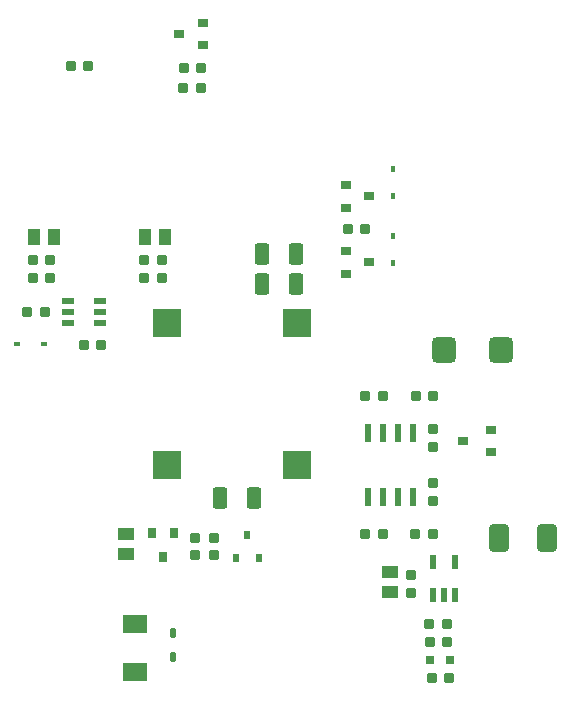
<source format=gtp>
G04*
G04 #@! TF.GenerationSoftware,Altium Limited,Altium Designer,20.1.11 (218)*
G04*
G04 Layer_Color=39423*
%FSLAX24Y24*%
%MOIN*%
G70*
G04*
G04 #@! TF.SameCoordinates,CE7CCB8B-9279-4727-9A7C-73EE909CC9FE*
G04*
G04*
G04 #@! TF.FilePolarity,Positive*
G04*
G01*
G75*
G04:AMPARAMS|DCode=20|XSize=35mil|YSize=34mil|CornerRadius=6mil|HoleSize=0mil|Usage=FLASHONLY|Rotation=180.000|XOffset=0mil|YOffset=0mil|HoleType=Round|Shape=RoundedRectangle|*
%AMROUNDEDRECTD20*
21,1,0.0350,0.0221,0,0,180.0*
21,1,0.0231,0.0340,0,0,180.0*
1,1,0.0119,-0.0116,0.0111*
1,1,0.0119,0.0116,0.0111*
1,1,0.0119,0.0116,-0.0111*
1,1,0.0119,-0.0116,-0.0111*
%
%ADD20ROUNDEDRECTD20*%
G04:AMPARAMS|DCode=21|XSize=17.3mil|YSize=15.7mil|CornerRadius=0.8mil|HoleSize=0mil|Usage=FLASHONLY|Rotation=180.000|XOffset=0mil|YOffset=0mil|HoleType=Round|Shape=RoundedRectangle|*
%AMROUNDEDRECTD21*
21,1,0.0173,0.0142,0,0,180.0*
21,1,0.0157,0.0157,0,0,180.0*
1,1,0.0016,-0.0079,0.0071*
1,1,0.0016,0.0079,0.0071*
1,1,0.0016,0.0079,-0.0071*
1,1,0.0016,-0.0079,-0.0071*
%
%ADD21ROUNDEDRECTD21*%
G04:AMPARAMS|DCode=22|XSize=17.3mil|YSize=15.7mil|CornerRadius=0.8mil|HoleSize=0mil|Usage=FLASHONLY|Rotation=90.000|XOffset=0mil|YOffset=0mil|HoleType=Round|Shape=RoundedRectangle|*
%AMROUNDEDRECTD22*
21,1,0.0173,0.0142,0,0,90.0*
21,1,0.0157,0.0157,0,0,90.0*
1,1,0.0016,0.0071,0.0079*
1,1,0.0016,0.0071,-0.0079*
1,1,0.0016,-0.0071,-0.0079*
1,1,0.0016,-0.0071,0.0079*
%
%ADD22ROUNDEDRECTD22*%
G04:AMPARAMS|DCode=23|XSize=21.7mil|YSize=59.1mil|CornerRadius=1.4mil|HoleSize=0mil|Usage=FLASHONLY|Rotation=0.000|XOffset=0mil|YOffset=0mil|HoleType=Round|Shape=RoundedRectangle|*
%AMROUNDEDRECTD23*
21,1,0.0217,0.0563,0,0,0.0*
21,1,0.0189,0.0591,0,0,0.0*
1,1,0.0028,0.0094,-0.0282*
1,1,0.0028,-0.0094,-0.0282*
1,1,0.0028,-0.0094,0.0282*
1,1,0.0028,0.0094,0.0282*
%
%ADD23ROUNDEDRECTD23*%
G04:AMPARAMS|DCode=24|XSize=92.5mil|YSize=65.4mil|CornerRadius=12.5mil|HoleSize=0mil|Usage=FLASHONLY|Rotation=90.000|XOffset=0mil|YOffset=0mil|HoleType=Round|Shape=RoundedRectangle|*
%AMROUNDEDRECTD24*
21,1,0.0925,0.0404,0,0,90.0*
21,1,0.0676,0.0654,0,0,90.0*
1,1,0.0250,0.0202,0.0338*
1,1,0.0250,0.0202,-0.0338*
1,1,0.0250,-0.0202,-0.0338*
1,1,0.0250,-0.0202,0.0338*
%
%ADD24ROUNDEDRECTD24*%
%ADD25R,0.0295X0.0295*%
G04:AMPARAMS|DCode=26|XSize=29.5mil|YSize=33.5mil|CornerRadius=2.2mil|HoleSize=0mil|Usage=FLASHONLY|Rotation=270.000|XOffset=0mil|YOffset=0mil|HoleType=Round|Shape=RoundedRectangle|*
%AMROUNDEDRECTD26*
21,1,0.0295,0.0291,0,0,270.0*
21,1,0.0252,0.0335,0,0,270.0*
1,1,0.0043,-0.0146,-0.0126*
1,1,0.0043,-0.0146,0.0126*
1,1,0.0043,0.0146,0.0126*
1,1,0.0043,0.0146,-0.0126*
%
%ADD26ROUNDEDRECTD26*%
G04:AMPARAMS|DCode=27|XSize=35mil|YSize=34mil|CornerRadius=6mil|HoleSize=0mil|Usage=FLASHONLY|Rotation=270.000|XOffset=0mil|YOffset=0mil|HoleType=Round|Shape=RoundedRectangle|*
%AMROUNDEDRECTD27*
21,1,0.0350,0.0221,0,0,270.0*
21,1,0.0231,0.0340,0,0,270.0*
1,1,0.0119,-0.0111,-0.0116*
1,1,0.0119,-0.0111,0.0116*
1,1,0.0119,0.0111,0.0116*
1,1,0.0119,0.0111,-0.0116*
%
%ADD27ROUNDEDRECTD27*%
G04:AMPARAMS|DCode=28|XSize=19.7mil|YSize=31.5mil|CornerRadius=4.9mil|HoleSize=0mil|Usage=FLASHONLY|Rotation=0.000|XOffset=0mil|YOffset=0mil|HoleType=Round|Shape=RoundedRectangle|*
%AMROUNDEDRECTD28*
21,1,0.0197,0.0217,0,0,0.0*
21,1,0.0098,0.0315,0,0,0.0*
1,1,0.0098,0.0049,-0.0108*
1,1,0.0098,-0.0049,-0.0108*
1,1,0.0098,-0.0049,0.0108*
1,1,0.0098,0.0049,0.0108*
%
%ADD28ROUNDEDRECTD28*%
G04:AMPARAMS|DCode=29|XSize=55mil|YSize=43mil|CornerRadius=8mil|HoleSize=0mil|Usage=FLASHONLY|Rotation=0.000|XOffset=0mil|YOffset=0mil|HoleType=Round|Shape=RoundedRectangle|*
%AMROUNDEDRECTD29*
21,1,0.0550,0.0271,0,0,0.0*
21,1,0.0391,0.0430,0,0,0.0*
1,1,0.0159,0.0195,-0.0135*
1,1,0.0159,-0.0195,-0.0135*
1,1,0.0159,-0.0195,0.0135*
1,1,0.0159,0.0195,0.0135*
%
%ADD29ROUNDEDRECTD29*%
%ADD30R,0.0433X0.0236*%
%ADD31R,0.0197X0.0481*%
G04:AMPARAMS|DCode=32|XSize=27.6mil|YSize=35.4mil|CornerRadius=1.2mil|HoleSize=0mil|Usage=FLASHONLY|Rotation=270.000|XOffset=0mil|YOffset=0mil|HoleType=Round|Shape=RoundedRectangle|*
%AMROUNDEDRECTD32*
21,1,0.0276,0.0331,0,0,270.0*
21,1,0.0252,0.0354,0,0,270.0*
1,1,0.0024,-0.0165,-0.0126*
1,1,0.0024,-0.0165,0.0126*
1,1,0.0024,0.0165,0.0126*
1,1,0.0024,0.0165,-0.0126*
%
%ADD32ROUNDEDRECTD32*%
G04:AMPARAMS|DCode=33|XSize=55mil|YSize=43mil|CornerRadius=8mil|HoleSize=0mil|Usage=FLASHONLY|Rotation=270.000|XOffset=0mil|YOffset=0mil|HoleType=Round|Shape=RoundedRectangle|*
%AMROUNDEDRECTD33*
21,1,0.0550,0.0271,0,0,270.0*
21,1,0.0391,0.0430,0,0,270.0*
1,1,0.0159,-0.0135,-0.0195*
1,1,0.0159,-0.0135,0.0195*
1,1,0.0159,0.0135,0.0195*
1,1,0.0159,0.0135,-0.0195*
%
%ADD33ROUNDEDRECTD33*%
G04:AMPARAMS|DCode=34|XSize=96.5mil|YSize=96.5mil|CornerRadius=8.9mil|HoleSize=0mil|Usage=FLASHONLY|Rotation=270.000|XOffset=0mil|YOffset=0mil|HoleType=Round|Shape=RoundedRectangle|*
%AMROUNDEDRECTD34*
21,1,0.0965,0.0787,0,0,270.0*
21,1,0.0787,0.0965,0,0,270.0*
1,1,0.0177,-0.0394,-0.0394*
1,1,0.0177,-0.0394,0.0394*
1,1,0.0177,0.0394,0.0394*
1,1,0.0177,0.0394,-0.0394*
%
%ADD34ROUNDEDRECTD34*%
G04:AMPARAMS|DCode=35|XSize=71mil|YSize=47mil|CornerRadius=8mil|HoleSize=0mil|Usage=FLASHONLY|Rotation=90.000|XOffset=0mil|YOffset=0mil|HoleType=Round|Shape=RoundedRectangle|*
%AMROUNDEDRECTD35*
21,1,0.0710,0.0310,0,0,90.0*
21,1,0.0550,0.0470,0,0,90.0*
1,1,0.0160,0.0155,0.0275*
1,1,0.0160,0.0155,-0.0275*
1,1,0.0160,-0.0155,-0.0275*
1,1,0.0160,-0.0155,0.0275*
%
%ADD35ROUNDEDRECTD35*%
G04:AMPARAMS|DCode=36|XSize=87mil|YSize=83.1mil|CornerRadius=20.3mil|HoleSize=0mil|Usage=FLASHONLY|Rotation=270.000|XOffset=0mil|YOffset=0mil|HoleType=Round|Shape=RoundedRectangle|*
%AMROUNDEDRECTD36*
21,1,0.0870,0.0425,0,0,270.0*
21,1,0.0465,0.0831,0,0,270.0*
1,1,0.0406,-0.0213,-0.0232*
1,1,0.0406,-0.0213,0.0232*
1,1,0.0406,0.0213,0.0232*
1,1,0.0406,0.0213,-0.0232*
%
%ADD36ROUNDEDRECTD36*%
%ADD37R,0.0200X0.0265*%
G04:AMPARAMS|DCode=38|XSize=29.5mil|YSize=33.5mil|CornerRadius=2.2mil|HoleSize=0mil|Usage=FLASHONLY|Rotation=0.000|XOffset=0mil|YOffset=0mil|HoleType=Round|Shape=RoundedRectangle|*
%AMROUNDEDRECTD38*
21,1,0.0295,0.0291,0,0,0.0*
21,1,0.0252,0.0335,0,0,0.0*
1,1,0.0043,0.0126,-0.0146*
1,1,0.0043,-0.0126,-0.0146*
1,1,0.0043,-0.0126,0.0146*
1,1,0.0043,0.0126,0.0146*
%
%ADD38ROUNDEDRECTD38*%
%ADD39R,0.0846X0.0610*%
D20*
X7114Y21067D02*
D03*
X7704D02*
D03*
X19148Y673D02*
D03*
X19738D02*
D03*
X11467Y20357D02*
D03*
X10877D02*
D03*
X10881Y21022D02*
D03*
X11471D02*
D03*
X19195Y5481D02*
D03*
X18605D02*
D03*
X16932Y5481D02*
D03*
X17522D02*
D03*
X16932Y10081D02*
D03*
X17522D02*
D03*
X19209D02*
D03*
X18619D02*
D03*
X19073Y2483D02*
D03*
X19663D02*
D03*
X19673Y1863D02*
D03*
X19083D02*
D03*
X7549Y11772D02*
D03*
X8139D02*
D03*
X5665Y12880D02*
D03*
X6255D02*
D03*
X9563Y14007D02*
D03*
X10153D02*
D03*
Y14625D02*
D03*
X9563D02*
D03*
X6444Y14007D02*
D03*
X5854D02*
D03*
Y14625D02*
D03*
X6444D02*
D03*
X16940Y15653D02*
D03*
X16350D02*
D03*
D21*
X5333Y11825D02*
D03*
X6230D02*
D03*
D22*
X17870Y17629D02*
D03*
Y16731D02*
D03*
X17858Y15420D02*
D03*
Y14522D02*
D03*
D23*
X18523Y6711D02*
D03*
X18023D02*
D03*
X17523D02*
D03*
X17023D02*
D03*
X18523Y8837D02*
D03*
X18023D02*
D03*
X17523D02*
D03*
X17023D02*
D03*
D24*
X23007Y5331D02*
D03*
X21393D02*
D03*
D25*
X19109Y1272D02*
D03*
X19759D02*
D03*
D26*
X10741Y22142D02*
D03*
X11528Y22516D02*
D03*
Y21768D02*
D03*
X17080Y16726D02*
D03*
X16293Y16352D02*
D03*
Y17100D02*
D03*
X17080Y14527D02*
D03*
X16293Y14153D02*
D03*
Y14901D02*
D03*
D27*
X19209Y7181D02*
D03*
Y6591D02*
D03*
X19209Y8378D02*
D03*
Y8968D02*
D03*
X11268Y4763D02*
D03*
Y5353D02*
D03*
X18475Y4104D02*
D03*
Y3514D02*
D03*
X11894Y5353D02*
D03*
Y4763D02*
D03*
D28*
X10539Y2162D02*
D03*
Y1375D02*
D03*
D29*
X8980Y5478D02*
D03*
Y4808D02*
D03*
X17764Y3529D02*
D03*
Y4199D02*
D03*
D30*
X8098Y12502D02*
D03*
Y12876D02*
D03*
Y13250D02*
D03*
X7035D02*
D03*
Y12876D02*
D03*
Y12502D02*
D03*
D31*
X19196Y3444D02*
D03*
X19570D02*
D03*
X19944D02*
D03*
Y4527D02*
D03*
X19196D02*
D03*
D32*
X21144Y8197D02*
D03*
Y8945D02*
D03*
X20199Y8571D02*
D03*
D33*
X9605Y15370D02*
D03*
X10275D02*
D03*
X5895D02*
D03*
X6565D02*
D03*
D34*
X14655Y7777D02*
D03*
X10324D02*
D03*
X14655Y12501D02*
D03*
X10324D02*
D03*
D35*
X13240Y6660D02*
D03*
X12100D02*
D03*
X14646Y14794D02*
D03*
X13506D02*
D03*
X14646Y13795D02*
D03*
X13506D02*
D03*
D36*
X19549Y11604D02*
D03*
X21478D02*
D03*
D37*
X12636Y4672D02*
D03*
X13384D02*
D03*
X13010Y5447D02*
D03*
D38*
X10576Y5494D02*
D03*
X9828D02*
D03*
X10202Y4707D02*
D03*
D39*
X9252Y866D02*
D03*
Y2466D02*
D03*
M02*

</source>
